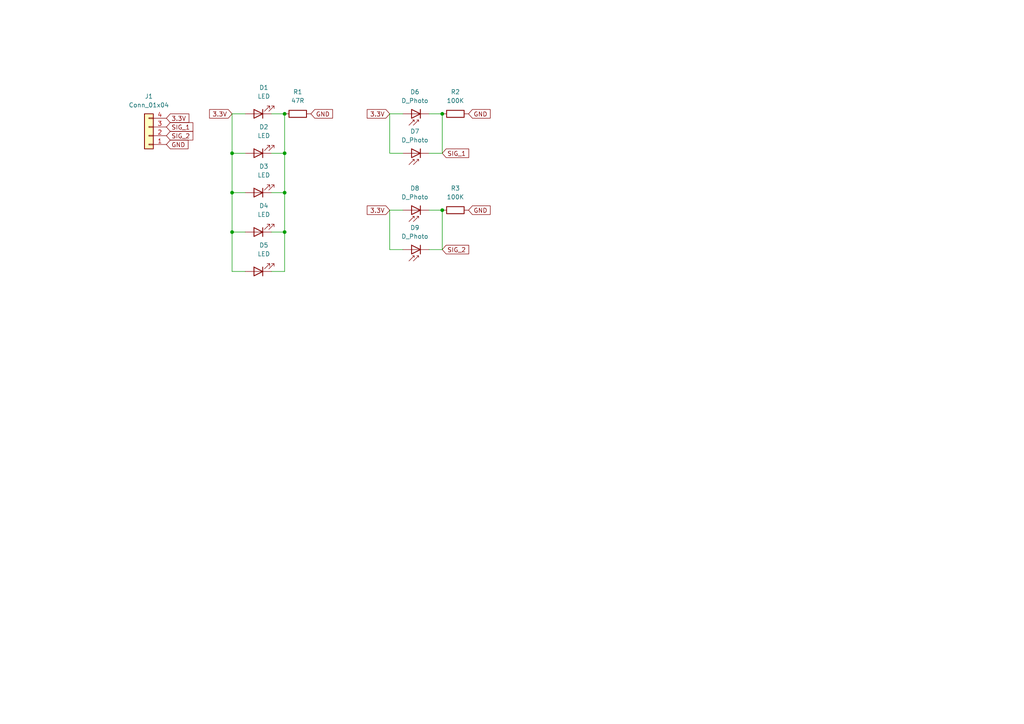
<source format=kicad_sch>
(kicad_sch (version 20211123) (generator eeschema)
  (paper "A4")
  (lib_symbols
    (symbol "Connector_Generic:Conn_01x04" (pin_names (offset 1.016) hide)
      (property "Reference" "J" (at 0 5.08 0))
      (property "Value" "Conn_01x04" (at 0 -7.62 0))
      (symbol "Conn_01x04_1_1"
        (rectangle (start -1.27 -4.953) (end 0 -5.207) (stroke (width 0.1524)))
        (rectangle (start -1.27 -2.413) (end 0 -2.667) (stroke (width 0.1524)))
        (rectangle (start -1.27 0.127) (end 0 -0.127) (stroke (width 0.1524)))
        (rectangle (start -1.27 2.667) (end 0 2.413) (stroke (width 0.1524)))
        (rectangle (start -1.27 3.81) (end 1.27 -6.35) (stroke (width 0.254)) (fill (type background)))
        (pin passive line (at -5.08 2.54 0) (length 3.81) (name "Pin_1") (number "1"))
        (pin passive line (at -5.08 0 0) (length 3.81) (name "Pin_2") (number "2"))
        (pin passive line (at -5.08 -2.54 0) (length 3.81) (name "Pin_3") (number "3"))
        (pin passive line (at -5.08 -5.08 0) (length 3.81) (name "Pin_4") (number "4"))
      )
    )
    (symbol "Device:D_Photo" (pin_numbers hide) (pin_names hide)
      (property "Reference" "D" (at 0.508 1.778 0))
      (property "Value" "D_Photo" (at -1.016 -2.794 0))
      (symbol "D_Photo_0_1"
        (polyline (pts (xy -2.54 1.27) (xy -2.54 -1.27)) (stroke (width 0.254)))
        (polyline (pts (xy -2.032 1.778) (xy -1.524 1.778)))
        (polyline (pts (xy 0 0) (xy -2.54 0)))
        (polyline (pts (xy -0.508 3.302) (xy -2.032 1.778) (xy -2.032 2.286)))
        (polyline (pts (xy 0 -1.27) (xy 0 1.27) (xy -2.54 0) (xy 0 -1.27)) (stroke (width 0.254)))
        (polyline (pts (xy 0.762 3.302) (xy -0.762 1.778) (xy -0.762 2.286) (xy -0.762 1.778) (xy -0.254 1.778)))
      )
      (symbol "D_Photo_1_1"
        (pin passive line (at -5.08 0 0) (length 2.54) (name "K") (number "1"))
        (pin passive line (at 2.54 0 180) (length 2.54) (name "A") (number "2"))
      )
    )
    (symbol "Device:LED" (pin_numbers hide) (pin_names (offset 1.016) hide)
      (property "Reference" "D" (at 0 2.54 0))
      (property "Value" "LED" (at 0 -2.54 0))
      (symbol "LED_0_1"
        (polyline (pts (xy -1.27 -1.27) (xy -1.27 1.27)) (stroke (width 0.254)))
        (polyline (pts (xy -1.27 0) (xy 1.27 0)))
        (polyline (pts (xy 1.27 -1.27) (xy 1.27 1.27) (xy -1.27 0) (xy 1.27 -1.27)) (stroke (width 0.254)))
        (polyline (pts (xy -3.048 -0.762) (xy -4.572 -2.286) (xy -3.81 -2.286) (xy -4.572 -2.286) (xy -4.572 -1.524)))
        (polyline (pts (xy -1.778 -0.762) (xy -3.302 -2.286) (xy -2.54 -2.286) (xy -3.302 -2.286) (xy -3.302 -1.524)))
      )
      (symbol "LED_1_1"
        (pin passive line (at -3.81 0 0) (length 2.54) (name "K") (number "1"))
        (pin passive line (at 3.81 0 180) (length 2.54) (name "A") (number "2"))
      )
    )
    (symbol "Device:R" (pin_numbers hide) (pin_names (offset 0))
      (property "Reference" "R" (at 2.032 0 90))
      (property "Value" "R" (at 0 0 90))
      (symbol "R_0_1"
        (rectangle (start -1.016 -2.54) (end 1.016 2.54) (stroke (width 0.254)))
      )
      (symbol "R_1_1"
        (pin passive line (at 0 3.81 270) (length 1.27) (name "~") (number "1"))
        (pin passive line (at 0 -3.81 90) (length 1.27) (name "~") (number "2"))
      )
    )
  )
  (junction (at 67.31 55.88))
  (junction (at 82.55 33.02))
  (junction (at 128.27 33.02))
  (junction (at 82.55 44.45))
  (junction (at 67.31 44.45))
  (junction (at 128.27 60.96))
  (junction (at 82.55 55.88))
  (junction (at 82.55 67.31))
  (junction (at 67.31 67.31))
  (wire (pts (xy 124.46 60.96) (xy 128.27 60.96)))
  (wire (pts (xy 78.74 44.45) (xy 82.55 44.45)))
  (wire (pts (xy 67.31 67.31) (xy 71.12 67.31)))
  (wire (pts (xy 128.27 60.96) (xy 128.27 72.39)))
  (wire (pts (xy 113.03 60.96) (xy 113.03 72.39)))
  (wire (pts (xy 67.31 67.31) (xy 67.31 78.74)))
  (wire (pts (xy 67.31 44.45) (xy 67.31 55.88)))
  (wire (pts (xy 71.12 33.02) (xy 67.31 33.02)))
  (wire (pts (xy 113.03 72.39) (xy 116.84 72.39)))
  (wire (pts (xy 82.55 55.88) (xy 82.55 67.31)))
  (wire (pts (xy 82.55 44.45) (xy 82.55 55.88)))
  (wire (pts (xy 78.74 55.88) (xy 82.55 55.88)))
  (wire (pts (xy 116.84 60.96) (xy 113.03 60.96)))
  (wire (pts (xy 113.03 44.45) (xy 116.84 44.45)))
  (wire (pts (xy 67.31 55.88) (xy 71.12 55.88)))
  (wire (pts (xy 82.55 78.74) (xy 78.74 78.74)))
  (wire (pts (xy 78.74 33.02) (xy 82.55 33.02)))
  (wire (pts (xy 67.31 44.45) (xy 71.12 44.45)))
  (wire (pts (xy 128.27 44.45) (xy 124.46 44.45)))
  (wire (pts (xy 67.31 55.88) (xy 67.31 67.31)))
  (wire (pts (xy 67.31 33.02) (xy 67.31 44.45)))
  (wire (pts (xy 67.31 78.74) (xy 71.12 78.74)))
  (wire (pts (xy 78.74 67.31) (xy 82.55 67.31)))
  (wire (pts (xy 82.55 67.31) (xy 82.55 78.74)))
  (wire (pts (xy 113.03 33.02) (xy 113.03 44.45)))
  (wire (pts (xy 116.84 33.02) (xy 113.03 33.02)))
  (wire (pts (xy 124.46 33.02) (xy 128.27 33.02)))
  (wire (pts (xy 128.27 72.39) (xy 124.46 72.39)))
  (wire (pts (xy 82.55 33.02) (xy 82.55 44.45)))
  (wire (pts (xy 128.27 33.02) (xy 128.27 44.45)))
  (global_label "3.3V" (shape input) (at 113.03 60.96 180) (property "シート間のリファレンス" "${INTERSHEET_REFS}" (effects hide)))
  (global_label "GND" (shape input) (at 48.26 41.91 0) (property "シート間のリファレンス" "${INTERSHEET_REFS}" (effects hide)))
  (global_label "GND" (shape input) (at 90.17 33.02 0) (property "シート間のリファレンス" "${INTERSHEET_REFS}" (effects hide)))
  (global_label "3.3V" (shape input) (at 67.31 33.02 180) (property "シート間のリファレンス" "${INTERSHEET_REFS}" (effects hide)))
  (global_label "SIG_2" (shape input) (at 48.26 39.37 0) (property "シート間のリファレンス" "${INTERSHEET_REFS}" (effects hide)))
  (global_label "GND" (shape input) (at 135.89 60.96 0) (property "シート間のリファレンス" "${INTERSHEET_REFS}" (effects hide)))
  (global_label "SIG_1" (shape input) (at 128.27 44.45 0) (property "シート間のリファレンス" "${INTERSHEET_REFS}" (effects hide)))
  (global_label "3.3V" (shape input) (at 48.26 34.29 0) (property "シート間のリファレンス" "${INTERSHEET_REFS}" (effects hide)))
  (global_label "3.3V" (shape input) (at 113.03 33.02 180) (property "シート間のリファレンス" "${INTERSHEET_REFS}" (effects hide)))
  (global_label "SIG_1" (shape input) (at 48.26 36.83 0) (property "シート間のリファレンス" "${INTERSHEET_REFS}" (effects hide)))
  (global_label "SIG_2" (shape input) (at 128.27 72.39 0) (property "シート間のリファレンス" "${INTERSHEET_REFS}" (effects hide)))
  (global_label "GND" (shape input) (at 135.89 33.02 0) (property "シート間のリファレンス" "${INTERSHEET_REFS}" (effects hide)))
  (symbol (lib_id "Device:LED") (at 74.93 55.88 180) (unit 1)
    (property "Reference" "D3" (at 76.5175 48.26 0))
    (property "Value" "LED" (at 76.5175 50.8 0))
    (property "Footprint" "LED_THT:LED_D3.0mm" (effects hide))
  )
  (symbol (lib_id "Device:D_Photo") (at 119.38 33.02 180) (unit 1)
    (property "Reference" "D6" (at 120.3325 26.67 0))
    (property "Value" "D_Photo" (at 120.3325 29.21 0))
    (property "Footprint" "RCJ_Library:NJL7302L_F3" (effects hide))
  )
  (symbol (lib_id "Device:LED") (at 74.93 33.02 180) (unit 1)
    (property "Reference" "D1" (at 76.5175 25.4 0))
    (property "Value" "LED" (at 76.5175 27.94 0))
    (property "Footprint" "LED_THT:LED_D3.0mm" (effects hide))
  )
  (symbol (lib_id "Device:D_Photo") (at 119.38 72.39 180) (unit 1)
    (property "Reference" "D9" (at 120.3325 66.04 0))
    (property "Value" "D_Photo" (at 120.3325 68.58 0))
    (property "Footprint" "RCJ_Library:NJL7302L_F3" (effects hide))
  )
  (symbol (lib_id "Device:R") (at 86.36 33.02 90) (unit 1)
    (property "Reference" "R1" (at 86.36 26.67 90))
    (property "Value" "47R" (at 86.36 29.21 90))
    (property "Footprint" "Resistor_THT:R_Axial_DIN0309_L9.0mm_D3.2mm_P15.24mm_Horizontal" (effects hide))
  )
  (symbol (lib_id "Device:D_Photo") (at 119.38 60.96 180) (unit 1)
    (property "Reference" "D8" (at 120.3325 54.61 0))
    (property "Value" "D_Photo" (at 120.3325 57.15 0))
    (property "Footprint" "RCJ_Library:NJL7302L_F3" (effects hide))
  )
  (symbol (lib_id "Device:LED") (at 74.93 78.74 180) (unit 1)
    (property "Reference" "D5" (at 76.5175 71.12 0))
    (property "Value" "LED" (at 76.5175 73.66 0))
    (property "Footprint" "LED_THT:LED_D3.0mm" (effects hide))
  )
  (symbol (lib_id "Device:R") (at 132.08 60.96 90) (unit 1)
    (property "Reference" "R3" (at 132.08 54.61 90))
    (property "Value" "100K" (at 132.08 57.15 90))
    (property "Footprint" "Resistor_THT:R_Axial_DIN0309_L9.0mm_D3.2mm_P15.24mm_Horizontal" (effects hide))
  )
  (symbol (lib_id "Device:D_Photo") (at 119.38 44.45 180) (unit 1)
    (property "Reference" "D7" (at 120.3325 38.1 0))
    (property "Value" "D_Photo" (at 120.3325 40.64 0))
    (property "Footprint" "RCJ_Library:NJL7302L_F3" (effects hide))
  )
  (symbol (lib_id "Device:LED") (at 74.93 44.45 180) (unit 1)
    (property "Reference" "D2" (at 76.5175 36.83 0))
    (property "Value" "LED" (at 76.5175 39.37 0))
    (property "Footprint" "LED_THT:LED_D3.0mm" (effects hide))
  )
  (symbol (lib_id "Device:R") (at 132.08 33.02 90) (unit 1)
    (property "Reference" "R2" (at 132.08 26.67 90))
    (property "Value" "100K" (at 132.08 29.21 90))
    (property "Footprint" "Resistor_THT:R_Axial_DIN0309_L9.0mm_D3.2mm_P15.24mm_Horizontal" (effects hide))
  )
  (symbol (lib_id "Device:LED") (at 74.93 67.31 180) (unit 1)
    (property "Reference" "D4" (at 76.5175 59.69 0))
    (property "Value" "LED" (at 76.5175 62.23 0))
    (property "Footprint" "LED_THT:LED_D3.0mm" (effects hide))
  )
  (symbol (lib_id "Connector_Generic:Conn_01x04") (at 43.18 39.37 180) (unit 1)
    (property "Reference" "J1" (at 43.18 27.94 0))
    (property "Value" "Conn_01x04" (at 43.18 30.48 0))
    (property "Footprint" "Connector_JST:JST_XH_S4B-XH-A-1_1x04_P2.50mm_Horizontal" (effects hide))
  )
)
</source>
